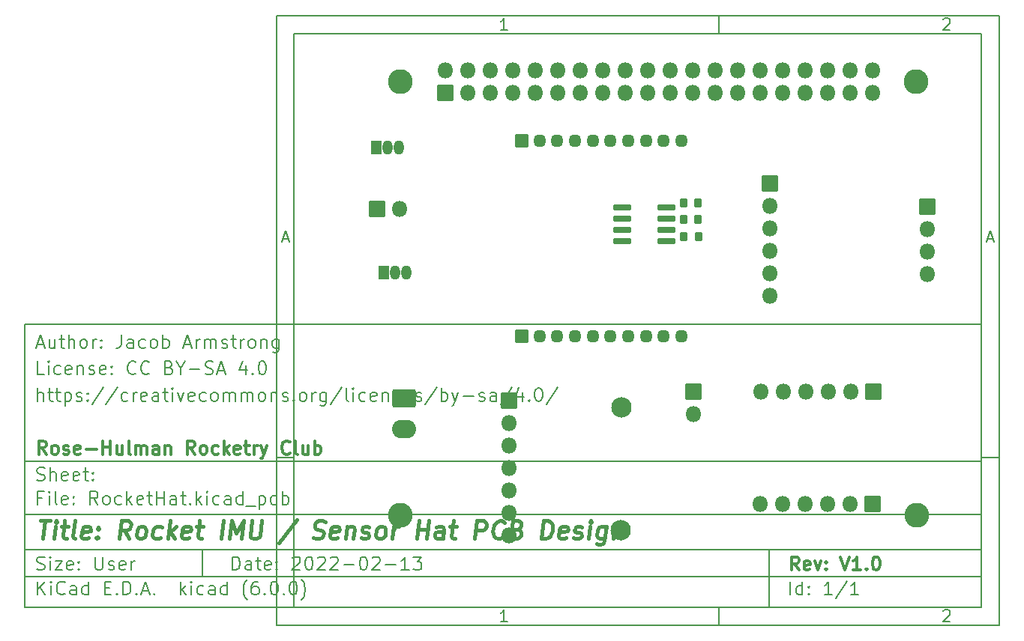
<source format=gbr>
%TF.GenerationSoftware,KiCad,Pcbnew,(6.0.0)*%
%TF.CreationDate,2022-02-21T16:10:18-05:00*%
%TF.ProjectId,RocketHat,526f636b-6574-4486-9174-2e6b69636164,V1.0*%
%TF.SameCoordinates,Original*%
%TF.FileFunction,Soldermask,Bot*%
%TF.FilePolarity,Negative*%
%FSLAX46Y46*%
G04 Gerber Fmt 4.6, Leading zero omitted, Abs format (unit mm)*
G04 Created by KiCad (PCBNEW (6.0.0)) date 2022-02-21 16:10:18*
%MOMM*%
%LPD*%
G01*
G04 APERTURE LIST*
G04 Aperture macros list*
%AMRoundRect*
0 Rectangle with rounded corners*
0 $1 Rounding radius*
0 $2 $3 $4 $5 $6 $7 $8 $9 X,Y pos of 4 corners*
0 Add a 4 corners polygon primitive as box body*
4,1,4,$2,$3,$4,$5,$6,$7,$8,$9,$2,$3,0*
0 Add four circle primitives for the rounded corners*
1,1,$1+$1,$2,$3*
1,1,$1+$1,$4,$5*
1,1,$1+$1,$6,$7*
1,1,$1+$1,$8,$9*
0 Add four rect primitives between the rounded corners*
20,1,$1+$1,$2,$3,$4,$5,0*
20,1,$1+$1,$4,$5,$6,$7,0*
20,1,$1+$1,$6,$7,$8,$9,0*
20,1,$1+$1,$8,$9,$2,$3,0*%
G04 Aperture macros list end*
%ADD10C,0.100000*%
%ADD11C,0.150000*%
%ADD12C,0.300000*%
%ADD13C,0.400000*%
%ADD14RoundRect,0.050800X0.850000X-0.850000X0.850000X0.850000X-0.850000X0.850000X-0.850000X-0.850000X0*%
%ADD15O,1.801600X1.801600*%
%ADD16C,2.801600*%
%ADD17RoundRect,0.050800X-0.525000X-0.750000X0.525000X-0.750000X0.525000X0.750000X-0.525000X0.750000X0*%
%ADD18O,1.151600X1.601600*%
%ADD19RoundRect,0.050800X-0.850000X-0.850000X0.850000X-0.850000X0.850000X0.850000X-0.850000X0.850000X0*%
%ADD20RoundRect,0.300800X-1.050000X0.750000X-1.050000X-0.750000X1.050000X-0.750000X1.050000X0.750000X0*%
%ADD21O,2.701600X2.101600*%
%ADD22RoundRect,0.050800X0.675000X-0.675000X0.675000X0.675000X-0.675000X0.675000X-0.675000X-0.675000X0*%
%ADD23O,1.451600X1.451600*%
%ADD24C,2.301600*%
%ADD25RoundRect,0.050800X-0.850000X0.850000X-0.850000X-0.850000X0.850000X-0.850000X0.850000X0.850000X0*%
%ADD26RoundRect,0.250800X0.200000X0.275000X-0.200000X0.275000X-0.200000X-0.275000X0.200000X-0.275000X0*%
%ADD27RoundRect,0.200800X-0.825000X-0.150000X0.825000X-0.150000X0.825000X0.150000X-0.825000X0.150000X0*%
%ADD28RoundRect,0.250800X-0.200000X-0.275000X0.200000X-0.275000X0.200000X0.275000X-0.200000X0.275000X0*%
G04 APERTURE END LIST*
D10*
D11*
X-18400000Y-44900000D02*
X-18400000Y-76900000D01*
X89600000Y-76900000D01*
X89600000Y-44900000D01*
X-18400000Y-44900000D01*
D10*
D11*
X10000000Y-10000000D02*
X10000000Y-78900000D01*
X91600000Y-78900000D01*
X91600000Y-10000000D01*
X10000000Y-10000000D01*
D10*
D11*
X12000000Y-12000000D02*
X12000000Y-76900000D01*
X89600000Y-76900000D01*
X89600000Y-12000000D01*
X12000000Y-12000000D01*
D10*
D11*
X60000000Y-12000000D02*
X60000000Y-10000000D01*
D10*
D11*
X36065476Y-11588095D02*
X35322619Y-11588095D01*
X35694047Y-11588095D02*
X35694047Y-10288095D01*
X35570238Y-10473809D01*
X35446428Y-10597619D01*
X35322619Y-10659523D01*
D10*
D11*
X85322619Y-10411904D02*
X85384523Y-10350000D01*
X85508333Y-10288095D01*
X85817857Y-10288095D01*
X85941666Y-10350000D01*
X86003571Y-10411904D01*
X86065476Y-10535714D01*
X86065476Y-10659523D01*
X86003571Y-10845238D01*
X85260714Y-11588095D01*
X86065476Y-11588095D01*
D10*
D11*
X60000000Y-76900000D02*
X60000000Y-78900000D01*
D10*
D11*
X36065476Y-78488095D02*
X35322619Y-78488095D01*
X35694047Y-78488095D02*
X35694047Y-77188095D01*
X35570238Y-77373809D01*
X35446428Y-77497619D01*
X35322619Y-77559523D01*
D10*
D11*
X85322619Y-77311904D02*
X85384523Y-77250000D01*
X85508333Y-77188095D01*
X85817857Y-77188095D01*
X85941666Y-77250000D01*
X86003571Y-77311904D01*
X86065476Y-77435714D01*
X86065476Y-77559523D01*
X86003571Y-77745238D01*
X85260714Y-78488095D01*
X86065476Y-78488095D01*
D10*
D11*
X10000000Y-60000000D02*
X12000000Y-60000000D01*
D10*
D11*
X10690476Y-35216666D02*
X11309523Y-35216666D01*
X10566666Y-35588095D02*
X11000000Y-34288095D01*
X11433333Y-35588095D01*
D10*
D11*
X91600000Y-60000000D02*
X89600000Y-60000000D01*
D10*
D11*
X90290476Y-35216666D02*
X90909523Y-35216666D01*
X90166666Y-35588095D02*
X90600000Y-34288095D01*
X91033333Y-35588095D01*
D10*
D11*
X5032142Y-72678571D02*
X5032142Y-71178571D01*
X5389285Y-71178571D01*
X5603571Y-71250000D01*
X5746428Y-71392857D01*
X5817857Y-71535714D01*
X5889285Y-71821428D01*
X5889285Y-72035714D01*
X5817857Y-72321428D01*
X5746428Y-72464285D01*
X5603571Y-72607142D01*
X5389285Y-72678571D01*
X5032142Y-72678571D01*
X7175000Y-72678571D02*
X7175000Y-71892857D01*
X7103571Y-71750000D01*
X6960714Y-71678571D01*
X6675000Y-71678571D01*
X6532142Y-71750000D01*
X7175000Y-72607142D02*
X7032142Y-72678571D01*
X6675000Y-72678571D01*
X6532142Y-72607142D01*
X6460714Y-72464285D01*
X6460714Y-72321428D01*
X6532142Y-72178571D01*
X6675000Y-72107142D01*
X7032142Y-72107142D01*
X7175000Y-72035714D01*
X7675000Y-71678571D02*
X8246428Y-71678571D01*
X7889285Y-71178571D02*
X7889285Y-72464285D01*
X7960714Y-72607142D01*
X8103571Y-72678571D01*
X8246428Y-72678571D01*
X9317857Y-72607142D02*
X9175000Y-72678571D01*
X8889285Y-72678571D01*
X8746428Y-72607142D01*
X8675000Y-72464285D01*
X8675000Y-71892857D01*
X8746428Y-71750000D01*
X8889285Y-71678571D01*
X9175000Y-71678571D01*
X9317857Y-71750000D01*
X9389285Y-71892857D01*
X9389285Y-72035714D01*
X8675000Y-72178571D01*
X10032142Y-72535714D02*
X10103571Y-72607142D01*
X10032142Y-72678571D01*
X9960714Y-72607142D01*
X10032142Y-72535714D01*
X10032142Y-72678571D01*
X10032142Y-71750000D02*
X10103571Y-71821428D01*
X10032142Y-71892857D01*
X9960714Y-71821428D01*
X10032142Y-71750000D01*
X10032142Y-71892857D01*
X11817857Y-71321428D02*
X11889285Y-71250000D01*
X12032142Y-71178571D01*
X12389285Y-71178571D01*
X12532142Y-71250000D01*
X12603571Y-71321428D01*
X12675000Y-71464285D01*
X12675000Y-71607142D01*
X12603571Y-71821428D01*
X11746428Y-72678571D01*
X12675000Y-72678571D01*
X13603571Y-71178571D02*
X13746428Y-71178571D01*
X13889285Y-71250000D01*
X13960714Y-71321428D01*
X14032142Y-71464285D01*
X14103571Y-71750000D01*
X14103571Y-72107142D01*
X14032142Y-72392857D01*
X13960714Y-72535714D01*
X13889285Y-72607142D01*
X13746428Y-72678571D01*
X13603571Y-72678571D01*
X13460714Y-72607142D01*
X13389285Y-72535714D01*
X13317857Y-72392857D01*
X13246428Y-72107142D01*
X13246428Y-71750000D01*
X13317857Y-71464285D01*
X13389285Y-71321428D01*
X13460714Y-71250000D01*
X13603571Y-71178571D01*
X14674999Y-71321428D02*
X14746428Y-71250000D01*
X14889285Y-71178571D01*
X15246428Y-71178571D01*
X15389285Y-71250000D01*
X15460714Y-71321428D01*
X15532142Y-71464285D01*
X15532142Y-71607142D01*
X15460714Y-71821428D01*
X14603571Y-72678571D01*
X15532142Y-72678571D01*
X16103571Y-71321428D02*
X16174999Y-71250000D01*
X16317857Y-71178571D01*
X16674999Y-71178571D01*
X16817857Y-71250000D01*
X16889285Y-71321428D01*
X16960714Y-71464285D01*
X16960714Y-71607142D01*
X16889285Y-71821428D01*
X16032142Y-72678571D01*
X16960714Y-72678571D01*
X17603571Y-72107142D02*
X18746428Y-72107142D01*
X19746428Y-71178571D02*
X19889285Y-71178571D01*
X20032142Y-71250000D01*
X20103571Y-71321428D01*
X20175000Y-71464285D01*
X20246428Y-71750000D01*
X20246428Y-72107142D01*
X20175000Y-72392857D01*
X20103571Y-72535714D01*
X20032142Y-72607142D01*
X19889285Y-72678571D01*
X19746428Y-72678571D01*
X19603571Y-72607142D01*
X19532142Y-72535714D01*
X19460714Y-72392857D01*
X19389285Y-72107142D01*
X19389285Y-71750000D01*
X19460714Y-71464285D01*
X19532142Y-71321428D01*
X19603571Y-71250000D01*
X19746428Y-71178571D01*
X20817857Y-71321428D02*
X20889285Y-71250000D01*
X21032142Y-71178571D01*
X21389285Y-71178571D01*
X21532142Y-71250000D01*
X21603571Y-71321428D01*
X21675000Y-71464285D01*
X21675000Y-71607142D01*
X21603571Y-71821428D01*
X20746428Y-72678571D01*
X21675000Y-72678571D01*
X22317857Y-72107142D02*
X23460714Y-72107142D01*
X24960714Y-72678571D02*
X24103571Y-72678571D01*
X24532142Y-72678571D02*
X24532142Y-71178571D01*
X24389285Y-71392857D01*
X24246428Y-71535714D01*
X24103571Y-71607142D01*
X25460714Y-71178571D02*
X26389285Y-71178571D01*
X25889285Y-71750000D01*
X26103571Y-71750000D01*
X26246428Y-71821428D01*
X26317857Y-71892857D01*
X26389285Y-72035714D01*
X26389285Y-72392857D01*
X26317857Y-72535714D01*
X26246428Y-72607142D01*
X26103571Y-72678571D01*
X25675000Y-72678571D01*
X25532142Y-72607142D01*
X25460714Y-72535714D01*
D10*
D11*
X-18400000Y-73400000D02*
X89600000Y-73400000D01*
D10*
D11*
X-16967857Y-75478571D02*
X-16967857Y-73978571D01*
X-16110714Y-75478571D02*
X-16753571Y-74621428D01*
X-16110714Y-73978571D02*
X-16967857Y-74835714D01*
X-15467857Y-75478571D02*
X-15467857Y-74478571D01*
X-15467857Y-73978571D02*
X-15539285Y-74050000D01*
X-15467857Y-74121428D01*
X-15396428Y-74050000D01*
X-15467857Y-73978571D01*
X-15467857Y-74121428D01*
X-13896428Y-75335714D02*
X-13967857Y-75407142D01*
X-14182142Y-75478571D01*
X-14325000Y-75478571D01*
X-14539285Y-75407142D01*
X-14682142Y-75264285D01*
X-14753571Y-75121428D01*
X-14825000Y-74835714D01*
X-14825000Y-74621428D01*
X-14753571Y-74335714D01*
X-14682142Y-74192857D01*
X-14539285Y-74050000D01*
X-14325000Y-73978571D01*
X-14182142Y-73978571D01*
X-13967857Y-74050000D01*
X-13896428Y-74121428D01*
X-12610714Y-75478571D02*
X-12610714Y-74692857D01*
X-12682142Y-74550000D01*
X-12825000Y-74478571D01*
X-13110714Y-74478571D01*
X-13253571Y-74550000D01*
X-12610714Y-75407142D02*
X-12753571Y-75478571D01*
X-13110714Y-75478571D01*
X-13253571Y-75407142D01*
X-13325000Y-75264285D01*
X-13325000Y-75121428D01*
X-13253571Y-74978571D01*
X-13110714Y-74907142D01*
X-12753571Y-74907142D01*
X-12610714Y-74835714D01*
X-11253571Y-75478571D02*
X-11253571Y-73978571D01*
X-11253571Y-75407142D02*
X-11396428Y-75478571D01*
X-11682142Y-75478571D01*
X-11825000Y-75407142D01*
X-11896428Y-75335714D01*
X-11967857Y-75192857D01*
X-11967857Y-74764285D01*
X-11896428Y-74621428D01*
X-11825000Y-74550000D01*
X-11682142Y-74478571D01*
X-11396428Y-74478571D01*
X-11253571Y-74550000D01*
X-9396428Y-74692857D02*
X-8896428Y-74692857D01*
X-8682142Y-75478571D02*
X-9396428Y-75478571D01*
X-9396428Y-73978571D01*
X-8682142Y-73978571D01*
X-8039285Y-75335714D02*
X-7967857Y-75407142D01*
X-8039285Y-75478571D01*
X-8110714Y-75407142D01*
X-8039285Y-75335714D01*
X-8039285Y-75478571D01*
X-7325000Y-75478571D02*
X-7325000Y-73978571D01*
X-6967857Y-73978571D01*
X-6753571Y-74050000D01*
X-6610714Y-74192857D01*
X-6539285Y-74335714D01*
X-6467857Y-74621428D01*
X-6467857Y-74835714D01*
X-6539285Y-75121428D01*
X-6610714Y-75264285D01*
X-6753571Y-75407142D01*
X-6967857Y-75478571D01*
X-7325000Y-75478571D01*
X-5825000Y-75335714D02*
X-5753571Y-75407142D01*
X-5825000Y-75478571D01*
X-5896428Y-75407142D01*
X-5825000Y-75335714D01*
X-5825000Y-75478571D01*
X-5182142Y-75050000D02*
X-4467857Y-75050000D01*
X-5325000Y-75478571D02*
X-4825000Y-73978571D01*
X-4325000Y-75478571D01*
X-3825000Y-75335714D02*
X-3753571Y-75407142D01*
X-3825000Y-75478571D01*
X-3896428Y-75407142D01*
X-3825000Y-75335714D01*
X-3825000Y-75478571D01*
X-825000Y-75478571D02*
X-825000Y-73978571D01*
X-682142Y-74907142D02*
X-253571Y-75478571D01*
X-253571Y-74478571D02*
X-825000Y-75050000D01*
X389285Y-75478571D02*
X389285Y-74478571D01*
X389285Y-73978571D02*
X317857Y-74050000D01*
X389285Y-74121428D01*
X460714Y-74050000D01*
X389285Y-73978571D01*
X389285Y-74121428D01*
X1746428Y-75407142D02*
X1603571Y-75478571D01*
X1317857Y-75478571D01*
X1174999Y-75407142D01*
X1103571Y-75335714D01*
X1032142Y-75192857D01*
X1032142Y-74764285D01*
X1103571Y-74621428D01*
X1174999Y-74550000D01*
X1317857Y-74478571D01*
X1603571Y-74478571D01*
X1746428Y-74550000D01*
X3032142Y-75478571D02*
X3032142Y-74692857D01*
X2960714Y-74550000D01*
X2817857Y-74478571D01*
X2532142Y-74478571D01*
X2389285Y-74550000D01*
X3032142Y-75407142D02*
X2889285Y-75478571D01*
X2532142Y-75478571D01*
X2389285Y-75407142D01*
X2317857Y-75264285D01*
X2317857Y-75121428D01*
X2389285Y-74978571D01*
X2532142Y-74907142D01*
X2889285Y-74907142D01*
X3032142Y-74835714D01*
X4389285Y-75478571D02*
X4389285Y-73978571D01*
X4389285Y-75407142D02*
X4246428Y-75478571D01*
X3960714Y-75478571D01*
X3817857Y-75407142D01*
X3746428Y-75335714D01*
X3675000Y-75192857D01*
X3675000Y-74764285D01*
X3746428Y-74621428D01*
X3817857Y-74550000D01*
X3960714Y-74478571D01*
X4246428Y-74478571D01*
X4389285Y-74550000D01*
X6675000Y-76050000D02*
X6603571Y-75978571D01*
X6460714Y-75764285D01*
X6389285Y-75621428D01*
X6317857Y-75407142D01*
X6246428Y-75050000D01*
X6246428Y-74764285D01*
X6317857Y-74407142D01*
X6389285Y-74192857D01*
X6460714Y-74050000D01*
X6603571Y-73835714D01*
X6675000Y-73764285D01*
X7889285Y-73978571D02*
X7603571Y-73978571D01*
X7460714Y-74050000D01*
X7389285Y-74121428D01*
X7246428Y-74335714D01*
X7175000Y-74621428D01*
X7175000Y-75192857D01*
X7246428Y-75335714D01*
X7317857Y-75407142D01*
X7460714Y-75478571D01*
X7746428Y-75478571D01*
X7889285Y-75407142D01*
X7960714Y-75335714D01*
X8032142Y-75192857D01*
X8032142Y-74835714D01*
X7960714Y-74692857D01*
X7889285Y-74621428D01*
X7746428Y-74550000D01*
X7460714Y-74550000D01*
X7317857Y-74621428D01*
X7246428Y-74692857D01*
X7175000Y-74835714D01*
X8675000Y-75335714D02*
X8746428Y-75407142D01*
X8675000Y-75478571D01*
X8603571Y-75407142D01*
X8675000Y-75335714D01*
X8675000Y-75478571D01*
X9674999Y-73978571D02*
X9817857Y-73978571D01*
X9960714Y-74050000D01*
X10032142Y-74121428D01*
X10103571Y-74264285D01*
X10174999Y-74550000D01*
X10174999Y-74907142D01*
X10103571Y-75192857D01*
X10032142Y-75335714D01*
X9960714Y-75407142D01*
X9817857Y-75478571D01*
X9674999Y-75478571D01*
X9532142Y-75407142D01*
X9460714Y-75335714D01*
X9389285Y-75192857D01*
X9317857Y-74907142D01*
X9317857Y-74550000D01*
X9389285Y-74264285D01*
X9460714Y-74121428D01*
X9532142Y-74050000D01*
X9674999Y-73978571D01*
X10817857Y-75335714D02*
X10889285Y-75407142D01*
X10817857Y-75478571D01*
X10746428Y-75407142D01*
X10817857Y-75335714D01*
X10817857Y-75478571D01*
X11817857Y-73978571D02*
X11960714Y-73978571D01*
X12103571Y-74050000D01*
X12174999Y-74121428D01*
X12246428Y-74264285D01*
X12317857Y-74550000D01*
X12317857Y-74907142D01*
X12246428Y-75192857D01*
X12174999Y-75335714D01*
X12103571Y-75407142D01*
X11960714Y-75478571D01*
X11817857Y-75478571D01*
X11674999Y-75407142D01*
X11603571Y-75335714D01*
X11532142Y-75192857D01*
X11460714Y-74907142D01*
X11460714Y-74550000D01*
X11532142Y-74264285D01*
X11603571Y-74121428D01*
X11674999Y-74050000D01*
X11817857Y-73978571D01*
X12817857Y-76050000D02*
X12889285Y-75978571D01*
X13032142Y-75764285D01*
X13103571Y-75621428D01*
X13174999Y-75407142D01*
X13246428Y-75050000D01*
X13246428Y-74764285D01*
X13174999Y-74407142D01*
X13103571Y-74192857D01*
X13032142Y-74050000D01*
X12889285Y-73835714D01*
X12817857Y-73764285D01*
D10*
D11*
X-18400000Y-70400000D02*
X89600000Y-70400000D01*
D10*
D12*
X69009285Y-72678571D02*
X68509285Y-71964285D01*
X68152142Y-72678571D02*
X68152142Y-71178571D01*
X68723571Y-71178571D01*
X68866428Y-71250000D01*
X68937857Y-71321428D01*
X69009285Y-71464285D01*
X69009285Y-71678571D01*
X68937857Y-71821428D01*
X68866428Y-71892857D01*
X68723571Y-71964285D01*
X68152142Y-71964285D01*
X70223571Y-72607142D02*
X70080714Y-72678571D01*
X69795000Y-72678571D01*
X69652142Y-72607142D01*
X69580714Y-72464285D01*
X69580714Y-71892857D01*
X69652142Y-71750000D01*
X69795000Y-71678571D01*
X70080714Y-71678571D01*
X70223571Y-71750000D01*
X70295000Y-71892857D01*
X70295000Y-72035714D01*
X69580714Y-72178571D01*
X70795000Y-71678571D02*
X71152142Y-72678571D01*
X71509285Y-71678571D01*
X72080714Y-72535714D02*
X72152142Y-72607142D01*
X72080714Y-72678571D01*
X72009285Y-72607142D01*
X72080714Y-72535714D01*
X72080714Y-72678571D01*
X72080714Y-71750000D02*
X72152142Y-71821428D01*
X72080714Y-71892857D01*
X72009285Y-71821428D01*
X72080714Y-71750000D01*
X72080714Y-71892857D01*
X73723571Y-71178571D02*
X74223571Y-72678571D01*
X74723571Y-71178571D01*
X76009285Y-72678571D02*
X75152142Y-72678571D01*
X75580714Y-72678571D02*
X75580714Y-71178571D01*
X75437857Y-71392857D01*
X75295000Y-71535714D01*
X75152142Y-71607142D01*
X76652142Y-72535714D02*
X76723571Y-72607142D01*
X76652142Y-72678571D01*
X76580714Y-72607142D01*
X76652142Y-72535714D01*
X76652142Y-72678571D01*
X77652142Y-71178571D02*
X77795000Y-71178571D01*
X77937857Y-71250000D01*
X78009285Y-71321428D01*
X78080714Y-71464285D01*
X78152142Y-71750000D01*
X78152142Y-72107142D01*
X78080714Y-72392857D01*
X78009285Y-72535714D01*
X77937857Y-72607142D01*
X77795000Y-72678571D01*
X77652142Y-72678571D01*
X77509285Y-72607142D01*
X77437857Y-72535714D01*
X77366428Y-72392857D01*
X77295000Y-72107142D01*
X77295000Y-71750000D01*
X77366428Y-71464285D01*
X77437857Y-71321428D01*
X77509285Y-71250000D01*
X77652142Y-71178571D01*
D10*
D11*
X-17039285Y-72607142D02*
X-16825000Y-72678571D01*
X-16467857Y-72678571D01*
X-16325000Y-72607142D01*
X-16253571Y-72535714D01*
X-16182142Y-72392857D01*
X-16182142Y-72250000D01*
X-16253571Y-72107142D01*
X-16325000Y-72035714D01*
X-16467857Y-71964285D01*
X-16753571Y-71892857D01*
X-16896428Y-71821428D01*
X-16967857Y-71750000D01*
X-17039285Y-71607142D01*
X-17039285Y-71464285D01*
X-16967857Y-71321428D01*
X-16896428Y-71250000D01*
X-16753571Y-71178571D01*
X-16396428Y-71178571D01*
X-16182142Y-71250000D01*
X-15539285Y-72678571D02*
X-15539285Y-71678571D01*
X-15539285Y-71178571D02*
X-15610714Y-71250000D01*
X-15539285Y-71321428D01*
X-15467857Y-71250000D01*
X-15539285Y-71178571D01*
X-15539285Y-71321428D01*
X-14967857Y-71678571D02*
X-14182142Y-71678571D01*
X-14967857Y-72678571D01*
X-14182142Y-72678571D01*
X-13039285Y-72607142D02*
X-13182142Y-72678571D01*
X-13467857Y-72678571D01*
X-13610714Y-72607142D01*
X-13682142Y-72464285D01*
X-13682142Y-71892857D01*
X-13610714Y-71750000D01*
X-13467857Y-71678571D01*
X-13182142Y-71678571D01*
X-13039285Y-71750000D01*
X-12967857Y-71892857D01*
X-12967857Y-72035714D01*
X-13682142Y-72178571D01*
X-12325000Y-72535714D02*
X-12253571Y-72607142D01*
X-12325000Y-72678571D01*
X-12396428Y-72607142D01*
X-12325000Y-72535714D01*
X-12325000Y-72678571D01*
X-12325000Y-71750000D02*
X-12253571Y-71821428D01*
X-12325000Y-71892857D01*
X-12396428Y-71821428D01*
X-12325000Y-71750000D01*
X-12325000Y-71892857D01*
X-10467857Y-71178571D02*
X-10467857Y-72392857D01*
X-10396428Y-72535714D01*
X-10325000Y-72607142D01*
X-10182142Y-72678571D01*
X-9896428Y-72678571D01*
X-9753571Y-72607142D01*
X-9682142Y-72535714D01*
X-9610714Y-72392857D01*
X-9610714Y-71178571D01*
X-8967857Y-72607142D02*
X-8825000Y-72678571D01*
X-8539285Y-72678571D01*
X-8396428Y-72607142D01*
X-8325000Y-72464285D01*
X-8325000Y-72392857D01*
X-8396428Y-72250000D01*
X-8539285Y-72178571D01*
X-8753571Y-72178571D01*
X-8896428Y-72107142D01*
X-8967857Y-71964285D01*
X-8967857Y-71892857D01*
X-8896428Y-71750000D01*
X-8753571Y-71678571D01*
X-8539285Y-71678571D01*
X-8396428Y-71750000D01*
X-7110714Y-72607142D02*
X-7253571Y-72678571D01*
X-7539285Y-72678571D01*
X-7682142Y-72607142D01*
X-7753571Y-72464285D01*
X-7753571Y-71892857D01*
X-7682142Y-71750000D01*
X-7539285Y-71678571D01*
X-7253571Y-71678571D01*
X-7110714Y-71750000D01*
X-7039285Y-71892857D01*
X-7039285Y-72035714D01*
X-7753571Y-72178571D01*
X-6396428Y-72678571D02*
X-6396428Y-71678571D01*
X-6396428Y-71964285D02*
X-6325000Y-71821428D01*
X-6253571Y-71750000D01*
X-6110714Y-71678571D01*
X-5967857Y-71678571D01*
D10*
D11*
X68032142Y-75478571D02*
X68032142Y-73978571D01*
X69389285Y-75478571D02*
X69389285Y-73978571D01*
X69389285Y-75407142D02*
X69246428Y-75478571D01*
X68960714Y-75478571D01*
X68817857Y-75407142D01*
X68746428Y-75335714D01*
X68675000Y-75192857D01*
X68675000Y-74764285D01*
X68746428Y-74621428D01*
X68817857Y-74550000D01*
X68960714Y-74478571D01*
X69246428Y-74478571D01*
X69389285Y-74550000D01*
X70103571Y-75335714D02*
X70175000Y-75407142D01*
X70103571Y-75478571D01*
X70032142Y-75407142D01*
X70103571Y-75335714D01*
X70103571Y-75478571D01*
X70103571Y-74550000D02*
X70175000Y-74621428D01*
X70103571Y-74692857D01*
X70032142Y-74621428D01*
X70103571Y-74550000D01*
X70103571Y-74692857D01*
X72746428Y-75478571D02*
X71889285Y-75478571D01*
X72317857Y-75478571D02*
X72317857Y-73978571D01*
X72175000Y-74192857D01*
X72032142Y-74335714D01*
X71889285Y-74407142D01*
X74460714Y-73907142D02*
X73175000Y-75835714D01*
X75746428Y-75478571D02*
X74889285Y-75478571D01*
X75317857Y-75478571D02*
X75317857Y-73978571D01*
X75175000Y-74192857D01*
X75032142Y-74335714D01*
X74889285Y-74407142D01*
D10*
D11*
X-18400000Y-66400000D02*
X89600000Y-66400000D01*
D10*
D13*
X-16687619Y-67104761D02*
X-15544761Y-67104761D01*
X-16366190Y-69104761D02*
X-16116190Y-67104761D01*
X-15128095Y-69104761D02*
X-14961428Y-67771428D01*
X-14878095Y-67104761D02*
X-14985238Y-67200000D01*
X-14901904Y-67295238D01*
X-14794761Y-67200000D01*
X-14878095Y-67104761D01*
X-14901904Y-67295238D01*
X-14294761Y-67771428D02*
X-13532857Y-67771428D01*
X-13925714Y-67104761D02*
X-14140000Y-68819047D01*
X-14068571Y-69009523D01*
X-13890000Y-69104761D01*
X-13699523Y-69104761D01*
X-12747142Y-69104761D02*
X-12925714Y-69009523D01*
X-12997142Y-68819047D01*
X-12782857Y-67104761D01*
X-11211428Y-69009523D02*
X-11413809Y-69104761D01*
X-11794761Y-69104761D01*
X-11973333Y-69009523D01*
X-12044761Y-68819047D01*
X-11949523Y-68057142D01*
X-11830476Y-67866666D01*
X-11628095Y-67771428D01*
X-11247142Y-67771428D01*
X-11068571Y-67866666D01*
X-10997142Y-68057142D01*
X-11020952Y-68247619D01*
X-11997142Y-68438095D01*
X-10247142Y-68914285D02*
X-10163809Y-69009523D01*
X-10270952Y-69104761D01*
X-10354285Y-69009523D01*
X-10247142Y-68914285D01*
X-10270952Y-69104761D01*
X-10116190Y-67866666D02*
X-10032857Y-67961904D01*
X-10140000Y-68057142D01*
X-10223333Y-67961904D01*
X-10116190Y-67866666D01*
X-10140000Y-68057142D01*
X-6651904Y-69104761D02*
X-7199523Y-68152380D01*
X-7794761Y-69104761D02*
X-7544761Y-67104761D01*
X-6782857Y-67104761D01*
X-6604285Y-67200000D01*
X-6520952Y-67295238D01*
X-6449523Y-67485714D01*
X-6485238Y-67771428D01*
X-6604285Y-67961904D01*
X-6711428Y-68057142D01*
X-6913809Y-68152380D01*
X-7675714Y-68152380D01*
X-5509047Y-69104761D02*
X-5687619Y-69009523D01*
X-5770952Y-68914285D01*
X-5842380Y-68723809D01*
X-5770952Y-68152380D01*
X-5651904Y-67961904D01*
X-5544761Y-67866666D01*
X-5342380Y-67771428D01*
X-5056666Y-67771428D01*
X-4878095Y-67866666D01*
X-4794761Y-67961904D01*
X-4723333Y-68152380D01*
X-4794761Y-68723809D01*
X-4913809Y-68914285D01*
X-5020952Y-69009523D01*
X-5223333Y-69104761D01*
X-5509047Y-69104761D01*
X-3116190Y-69009523D02*
X-3318571Y-69104761D01*
X-3699523Y-69104761D01*
X-3878095Y-69009523D01*
X-3961428Y-68914285D01*
X-4032857Y-68723809D01*
X-3961428Y-68152380D01*
X-3842380Y-67961904D01*
X-3735238Y-67866666D01*
X-3532857Y-67771428D01*
X-3151904Y-67771428D01*
X-2973333Y-67866666D01*
X-2270952Y-69104761D02*
X-2020952Y-67104761D01*
X-1985238Y-68342857D02*
X-1509047Y-69104761D01*
X-1342380Y-67771428D02*
X-2199523Y-68533333D01*
X121904Y-69009523D02*
X-80476Y-69104761D01*
X-461428Y-69104761D01*
X-640000Y-69009523D01*
X-711428Y-68819047D01*
X-616190Y-68057142D01*
X-497142Y-67866666D01*
X-294761Y-67771428D01*
X86190Y-67771428D01*
X264761Y-67866666D01*
X336190Y-68057142D01*
X312380Y-68247619D01*
X-663809Y-68438095D01*
X943333Y-67771428D02*
X1705238Y-67771428D01*
X1312380Y-67104761D02*
X1098095Y-68819047D01*
X1169523Y-69009523D01*
X1348095Y-69104761D01*
X1538571Y-69104761D01*
X3729047Y-69104761D02*
X3979047Y-67104761D01*
X4681428Y-69104761D02*
X4931428Y-67104761D01*
X5419523Y-68533333D01*
X6264761Y-67104761D01*
X6014761Y-69104761D01*
X7217142Y-67104761D02*
X7014761Y-68723809D01*
X7086190Y-68914285D01*
X7169523Y-69009523D01*
X7348095Y-69104761D01*
X7729047Y-69104761D01*
X7931428Y-69009523D01*
X8038571Y-68914285D01*
X8157619Y-68723809D01*
X8359999Y-67104761D01*
X12276666Y-67009523D02*
X10240952Y-69580952D01*
X14121904Y-69009523D02*
X14395714Y-69104761D01*
X14871904Y-69104761D01*
X15074285Y-69009523D01*
X15181428Y-68914285D01*
X15300476Y-68723809D01*
X15324285Y-68533333D01*
X15252857Y-68342857D01*
X15169523Y-68247619D01*
X14990952Y-68152380D01*
X14621904Y-68057142D01*
X14443333Y-67961904D01*
X14359999Y-67866666D01*
X14288571Y-67676190D01*
X14312380Y-67485714D01*
X14431428Y-67295238D01*
X14538571Y-67200000D01*
X14740952Y-67104761D01*
X15217142Y-67104761D01*
X15490952Y-67200000D01*
X16883809Y-69009523D02*
X16681428Y-69104761D01*
X16300476Y-69104761D01*
X16121904Y-69009523D01*
X16050476Y-68819047D01*
X16145714Y-68057142D01*
X16264761Y-67866666D01*
X16467142Y-67771428D01*
X16848095Y-67771428D01*
X17026666Y-67866666D01*
X17098095Y-68057142D01*
X17074285Y-68247619D01*
X16098095Y-68438095D01*
X17990952Y-67771428D02*
X17824285Y-69104761D01*
X17967142Y-67961904D02*
X18074285Y-67866666D01*
X18276666Y-67771428D01*
X18562380Y-67771428D01*
X18740952Y-67866666D01*
X18812380Y-68057142D01*
X18681428Y-69104761D01*
X19550476Y-69009523D02*
X19729047Y-69104761D01*
X20109999Y-69104761D01*
X20312380Y-69009523D01*
X20431428Y-68819047D01*
X20443333Y-68723809D01*
X20371904Y-68533333D01*
X20193333Y-68438095D01*
X19907619Y-68438095D01*
X19729047Y-68342857D01*
X19657619Y-68152380D01*
X19669523Y-68057142D01*
X19788571Y-67866666D01*
X19990952Y-67771428D01*
X20276666Y-67771428D01*
X20455238Y-67866666D01*
X21538571Y-69104761D02*
X21359999Y-69009523D01*
X21276666Y-68914285D01*
X21205238Y-68723809D01*
X21276666Y-68152380D01*
X21395714Y-67961904D01*
X21502857Y-67866666D01*
X21705238Y-67771428D01*
X21990952Y-67771428D01*
X22169523Y-67866666D01*
X22252857Y-67961904D01*
X22324285Y-68152380D01*
X22252857Y-68723809D01*
X22133809Y-68914285D01*
X22026666Y-69009523D01*
X21824285Y-69104761D01*
X21538571Y-69104761D01*
X23062380Y-69104761D02*
X23229047Y-67771428D01*
X23181428Y-68152380D02*
X23300476Y-67961904D01*
X23407619Y-67866666D01*
X23609999Y-67771428D01*
X23800476Y-67771428D01*
X25824285Y-69104761D02*
X26074285Y-67104761D01*
X25955238Y-68057142D02*
X27098095Y-68057142D01*
X26967142Y-69104761D02*
X27217142Y-67104761D01*
X28776666Y-69104761D02*
X28907619Y-68057142D01*
X28836190Y-67866666D01*
X28657619Y-67771428D01*
X28276666Y-67771428D01*
X28074285Y-67866666D01*
X28788571Y-69009523D02*
X28586190Y-69104761D01*
X28109999Y-69104761D01*
X27931428Y-69009523D01*
X27859999Y-68819047D01*
X27883809Y-68628571D01*
X28002857Y-68438095D01*
X28205238Y-68342857D01*
X28681428Y-68342857D01*
X28883809Y-68247619D01*
X29609999Y-67771428D02*
X30371904Y-67771428D01*
X29979047Y-67104761D02*
X29764761Y-68819047D01*
X29836190Y-69009523D01*
X30014761Y-69104761D01*
X30205238Y-69104761D01*
X32395714Y-69104761D02*
X32645714Y-67104761D01*
X33407619Y-67104761D01*
X33586190Y-67200000D01*
X33669523Y-67295238D01*
X33740952Y-67485714D01*
X33705238Y-67771428D01*
X33586190Y-67961904D01*
X33479047Y-68057142D01*
X33276666Y-68152380D01*
X32514761Y-68152380D01*
X35562380Y-68914285D02*
X35455238Y-69009523D01*
X35157619Y-69104761D01*
X34967142Y-69104761D01*
X34693333Y-69009523D01*
X34526666Y-68819047D01*
X34455238Y-68628571D01*
X34407619Y-68247619D01*
X34443333Y-67961904D01*
X34586190Y-67580952D01*
X34705238Y-67390476D01*
X34919523Y-67200000D01*
X35217142Y-67104761D01*
X35407619Y-67104761D01*
X35681428Y-67200000D01*
X35764761Y-67295238D01*
X37193333Y-68057142D02*
X37467142Y-68152380D01*
X37550476Y-68247619D01*
X37621904Y-68438095D01*
X37586190Y-68723809D01*
X37467142Y-68914285D01*
X37359999Y-69009523D01*
X37157619Y-69104761D01*
X36395714Y-69104761D01*
X36645714Y-67104761D01*
X37312380Y-67104761D01*
X37490952Y-67200000D01*
X37574285Y-67295238D01*
X37645714Y-67485714D01*
X37621904Y-67676190D01*
X37502857Y-67866666D01*
X37395714Y-67961904D01*
X37193333Y-68057142D01*
X36526666Y-68057142D01*
X39919523Y-69104761D02*
X40169523Y-67104761D01*
X40645714Y-67104761D01*
X40919523Y-67200000D01*
X41086190Y-67390476D01*
X41157619Y-67580952D01*
X41205238Y-67961904D01*
X41169523Y-68247619D01*
X41026666Y-68628571D01*
X40907619Y-68819047D01*
X40693333Y-69009523D01*
X40395714Y-69104761D01*
X39919523Y-69104761D01*
X42693333Y-69009523D02*
X42490952Y-69104761D01*
X42109999Y-69104761D01*
X41931428Y-69009523D01*
X41859999Y-68819047D01*
X41955238Y-68057142D01*
X42074285Y-67866666D01*
X42276666Y-67771428D01*
X42657619Y-67771428D01*
X42836190Y-67866666D01*
X42907619Y-68057142D01*
X42883809Y-68247619D01*
X41907619Y-68438095D01*
X43550476Y-69009523D02*
X43729047Y-69104761D01*
X44109999Y-69104761D01*
X44312380Y-69009523D01*
X44431428Y-68819047D01*
X44443333Y-68723809D01*
X44371904Y-68533333D01*
X44193333Y-68438095D01*
X43907619Y-68438095D01*
X43729047Y-68342857D01*
X43657619Y-68152380D01*
X43669523Y-68057142D01*
X43788571Y-67866666D01*
X43990952Y-67771428D01*
X44276666Y-67771428D01*
X44455238Y-67866666D01*
X45252857Y-69104761D02*
X45419523Y-67771428D01*
X45502857Y-67104761D02*
X45395714Y-67200000D01*
X45479047Y-67295238D01*
X45586190Y-67200000D01*
X45502857Y-67104761D01*
X45479047Y-67295238D01*
X47229047Y-67771428D02*
X47026666Y-69390476D01*
X46907619Y-69580952D01*
X46800476Y-69676190D01*
X46598095Y-69771428D01*
X46312380Y-69771428D01*
X46133809Y-69676190D01*
X47074285Y-69009523D02*
X46871904Y-69104761D01*
X46490952Y-69104761D01*
X46312380Y-69009523D01*
X46229047Y-68914285D01*
X46157619Y-68723809D01*
X46229047Y-68152380D01*
X46348095Y-67961904D01*
X46455238Y-67866666D01*
X46657619Y-67771428D01*
X47038571Y-67771428D01*
X47217142Y-67866666D01*
X48181428Y-67771428D02*
X48014761Y-69104761D01*
X48157619Y-67961904D02*
X48264761Y-67866666D01*
X48467142Y-67771428D01*
X48752857Y-67771428D01*
X48931428Y-67866666D01*
X49002857Y-68057142D01*
X48871904Y-69104761D01*
D10*
D11*
X-16467857Y-64492857D02*
X-16967857Y-64492857D01*
X-16967857Y-65278571D02*
X-16967857Y-63778571D01*
X-16253571Y-63778571D01*
X-15682142Y-65278571D02*
X-15682142Y-64278571D01*
X-15682142Y-63778571D02*
X-15753571Y-63850000D01*
X-15682142Y-63921428D01*
X-15610714Y-63850000D01*
X-15682142Y-63778571D01*
X-15682142Y-63921428D01*
X-14753571Y-65278571D02*
X-14896428Y-65207142D01*
X-14967857Y-65064285D01*
X-14967857Y-63778571D01*
X-13610714Y-65207142D02*
X-13753571Y-65278571D01*
X-14039285Y-65278571D01*
X-14182142Y-65207142D01*
X-14253571Y-65064285D01*
X-14253571Y-64492857D01*
X-14182142Y-64350000D01*
X-14039285Y-64278571D01*
X-13753571Y-64278571D01*
X-13610714Y-64350000D01*
X-13539285Y-64492857D01*
X-13539285Y-64635714D01*
X-14253571Y-64778571D01*
X-12896428Y-65135714D02*
X-12825000Y-65207142D01*
X-12896428Y-65278571D01*
X-12967857Y-65207142D01*
X-12896428Y-65135714D01*
X-12896428Y-65278571D01*
X-12896428Y-64350000D02*
X-12825000Y-64421428D01*
X-12896428Y-64492857D01*
X-12967857Y-64421428D01*
X-12896428Y-64350000D01*
X-12896428Y-64492857D01*
X-10182142Y-65278571D02*
X-10682142Y-64564285D01*
X-11039285Y-65278571D02*
X-11039285Y-63778571D01*
X-10467857Y-63778571D01*
X-10325000Y-63850000D01*
X-10253571Y-63921428D01*
X-10182142Y-64064285D01*
X-10182142Y-64278571D01*
X-10253571Y-64421428D01*
X-10325000Y-64492857D01*
X-10467857Y-64564285D01*
X-11039285Y-64564285D01*
X-9325000Y-65278571D02*
X-9467857Y-65207142D01*
X-9539285Y-65135714D01*
X-9610714Y-64992857D01*
X-9610714Y-64564285D01*
X-9539285Y-64421428D01*
X-9467857Y-64350000D01*
X-9325000Y-64278571D01*
X-9110714Y-64278571D01*
X-8967857Y-64350000D01*
X-8896428Y-64421428D01*
X-8825000Y-64564285D01*
X-8825000Y-64992857D01*
X-8896428Y-65135714D01*
X-8967857Y-65207142D01*
X-9110714Y-65278571D01*
X-9325000Y-65278571D01*
X-7539285Y-65207142D02*
X-7682142Y-65278571D01*
X-7967857Y-65278571D01*
X-8110714Y-65207142D01*
X-8182142Y-65135714D01*
X-8253571Y-64992857D01*
X-8253571Y-64564285D01*
X-8182142Y-64421428D01*
X-8110714Y-64350000D01*
X-7967857Y-64278571D01*
X-7682142Y-64278571D01*
X-7539285Y-64350000D01*
X-6896428Y-65278571D02*
X-6896428Y-63778571D01*
X-6753571Y-64707142D02*
X-6325000Y-65278571D01*
X-6325000Y-64278571D02*
X-6896428Y-64850000D01*
X-5110714Y-65207142D02*
X-5253571Y-65278571D01*
X-5539285Y-65278571D01*
X-5682142Y-65207142D01*
X-5753571Y-65064285D01*
X-5753571Y-64492857D01*
X-5682142Y-64350000D01*
X-5539285Y-64278571D01*
X-5253571Y-64278571D01*
X-5110714Y-64350000D01*
X-5039285Y-64492857D01*
X-5039285Y-64635714D01*
X-5753571Y-64778571D01*
X-4610714Y-64278571D02*
X-4039285Y-64278571D01*
X-4396428Y-63778571D02*
X-4396428Y-65064285D01*
X-4325000Y-65207142D01*
X-4182142Y-65278571D01*
X-4039285Y-65278571D01*
X-3539285Y-65278571D02*
X-3539285Y-63778571D01*
X-3539285Y-64492857D02*
X-2682142Y-64492857D01*
X-2682142Y-65278571D02*
X-2682142Y-63778571D01*
X-1325000Y-65278571D02*
X-1325000Y-64492857D01*
X-1396428Y-64350000D01*
X-1539285Y-64278571D01*
X-1825000Y-64278571D01*
X-1967857Y-64350000D01*
X-1325000Y-65207142D02*
X-1467857Y-65278571D01*
X-1825000Y-65278571D01*
X-1967857Y-65207142D01*
X-2039285Y-65064285D01*
X-2039285Y-64921428D01*
X-1967857Y-64778571D01*
X-1825000Y-64707142D01*
X-1467857Y-64707142D01*
X-1325000Y-64635714D01*
X-825000Y-64278571D02*
X-253571Y-64278571D01*
X-610714Y-63778571D02*
X-610714Y-65064285D01*
X-539285Y-65207142D01*
X-396428Y-65278571D01*
X-253571Y-65278571D01*
X246428Y-65135714D02*
X317857Y-65207142D01*
X246428Y-65278571D01*
X175000Y-65207142D01*
X246428Y-65135714D01*
X246428Y-65278571D01*
X960714Y-65278571D02*
X960714Y-63778571D01*
X1103571Y-64707142D02*
X1532142Y-65278571D01*
X1532142Y-64278571D02*
X960714Y-64850000D01*
X2174999Y-65278571D02*
X2174999Y-64278571D01*
X2174999Y-63778571D02*
X2103571Y-63850000D01*
X2174999Y-63921428D01*
X2246428Y-63850000D01*
X2174999Y-63778571D01*
X2174999Y-63921428D01*
X3532142Y-65207142D02*
X3389285Y-65278571D01*
X3103571Y-65278571D01*
X2960714Y-65207142D01*
X2889285Y-65135714D01*
X2817857Y-64992857D01*
X2817857Y-64564285D01*
X2889285Y-64421428D01*
X2960714Y-64350000D01*
X3103571Y-64278571D01*
X3389285Y-64278571D01*
X3532142Y-64350000D01*
X4817857Y-65278571D02*
X4817857Y-64492857D01*
X4746428Y-64350000D01*
X4603571Y-64278571D01*
X4317857Y-64278571D01*
X4174999Y-64350000D01*
X4817857Y-65207142D02*
X4674999Y-65278571D01*
X4317857Y-65278571D01*
X4174999Y-65207142D01*
X4103571Y-65064285D01*
X4103571Y-64921428D01*
X4174999Y-64778571D01*
X4317857Y-64707142D01*
X4674999Y-64707142D01*
X4817857Y-64635714D01*
X6174999Y-65278571D02*
X6174999Y-63778571D01*
X6174999Y-65207142D02*
X6032142Y-65278571D01*
X5746428Y-65278571D01*
X5603571Y-65207142D01*
X5532142Y-65135714D01*
X5460714Y-64992857D01*
X5460714Y-64564285D01*
X5532142Y-64421428D01*
X5603571Y-64350000D01*
X5746428Y-64278571D01*
X6032142Y-64278571D01*
X6174999Y-64350000D01*
X6532142Y-65421428D02*
X7674999Y-65421428D01*
X8032142Y-64278571D02*
X8032142Y-65778571D01*
X8032142Y-64350000D02*
X8174999Y-64278571D01*
X8460714Y-64278571D01*
X8603571Y-64350000D01*
X8674999Y-64421428D01*
X8746428Y-64564285D01*
X8746428Y-64992857D01*
X8674999Y-65135714D01*
X8603571Y-65207142D01*
X8460714Y-65278571D01*
X8174999Y-65278571D01*
X8032142Y-65207142D01*
X10032142Y-65207142D02*
X9889285Y-65278571D01*
X9603571Y-65278571D01*
X9460714Y-65207142D01*
X9389285Y-65135714D01*
X9317857Y-64992857D01*
X9317857Y-64564285D01*
X9389285Y-64421428D01*
X9460714Y-64350000D01*
X9603571Y-64278571D01*
X9889285Y-64278571D01*
X10032142Y-64350000D01*
X10675000Y-65278571D02*
X10675000Y-63778571D01*
X10675000Y-64350000D02*
X10817857Y-64278571D01*
X11103571Y-64278571D01*
X11246428Y-64350000D01*
X11317857Y-64421428D01*
X11389285Y-64564285D01*
X11389285Y-64992857D01*
X11317857Y-65135714D01*
X11246428Y-65207142D01*
X11103571Y-65278571D01*
X10817857Y-65278571D01*
X10675000Y-65207142D01*
D10*
D11*
X-18400000Y-60400000D02*
X89600000Y-60400000D01*
D10*
D11*
X-17039285Y-62507142D02*
X-16825000Y-62578571D01*
X-16467857Y-62578571D01*
X-16325000Y-62507142D01*
X-16253571Y-62435714D01*
X-16182142Y-62292857D01*
X-16182142Y-62150000D01*
X-16253571Y-62007142D01*
X-16325000Y-61935714D01*
X-16467857Y-61864285D01*
X-16753571Y-61792857D01*
X-16896428Y-61721428D01*
X-16967857Y-61650000D01*
X-17039285Y-61507142D01*
X-17039285Y-61364285D01*
X-16967857Y-61221428D01*
X-16896428Y-61150000D01*
X-16753571Y-61078571D01*
X-16396428Y-61078571D01*
X-16182142Y-61150000D01*
X-15539285Y-62578571D02*
X-15539285Y-61078571D01*
X-14896428Y-62578571D02*
X-14896428Y-61792857D01*
X-14967857Y-61650000D01*
X-15110714Y-61578571D01*
X-15325000Y-61578571D01*
X-15467857Y-61650000D01*
X-15539285Y-61721428D01*
X-13610714Y-62507142D02*
X-13753571Y-62578571D01*
X-14039285Y-62578571D01*
X-14182142Y-62507142D01*
X-14253571Y-62364285D01*
X-14253571Y-61792857D01*
X-14182142Y-61650000D01*
X-14039285Y-61578571D01*
X-13753571Y-61578571D01*
X-13610714Y-61650000D01*
X-13539285Y-61792857D01*
X-13539285Y-61935714D01*
X-14253571Y-62078571D01*
X-12325000Y-62507142D02*
X-12467857Y-62578571D01*
X-12753571Y-62578571D01*
X-12896428Y-62507142D01*
X-12967857Y-62364285D01*
X-12967857Y-61792857D01*
X-12896428Y-61650000D01*
X-12753571Y-61578571D01*
X-12467857Y-61578571D01*
X-12325000Y-61650000D01*
X-12253571Y-61792857D01*
X-12253571Y-61935714D01*
X-12967857Y-62078571D01*
X-11825000Y-61578571D02*
X-11253571Y-61578571D01*
X-11610714Y-61078571D02*
X-11610714Y-62364285D01*
X-11539285Y-62507142D01*
X-11396428Y-62578571D01*
X-11253571Y-62578571D01*
X-10753571Y-62435714D02*
X-10682142Y-62507142D01*
X-10753571Y-62578571D01*
X-10825000Y-62507142D01*
X-10753571Y-62435714D01*
X-10753571Y-62578571D01*
X-10753571Y-61650000D02*
X-10682142Y-61721428D01*
X-10753571Y-61792857D01*
X-10825000Y-61721428D01*
X-10753571Y-61650000D01*
X-10753571Y-61792857D01*
D10*
D12*
X-15990714Y-59578571D02*
X-16490714Y-58864285D01*
X-16847857Y-59578571D02*
X-16847857Y-58078571D01*
X-16276428Y-58078571D01*
X-16133571Y-58150000D01*
X-16062142Y-58221428D01*
X-15990714Y-58364285D01*
X-15990714Y-58578571D01*
X-16062142Y-58721428D01*
X-16133571Y-58792857D01*
X-16276428Y-58864285D01*
X-16847857Y-58864285D01*
X-15133571Y-59578571D02*
X-15276428Y-59507142D01*
X-15347857Y-59435714D01*
X-15419285Y-59292857D01*
X-15419285Y-58864285D01*
X-15347857Y-58721428D01*
X-15276428Y-58650000D01*
X-15133571Y-58578571D01*
X-14919285Y-58578571D01*
X-14776428Y-58650000D01*
X-14705000Y-58721428D01*
X-14633571Y-58864285D01*
X-14633571Y-59292857D01*
X-14705000Y-59435714D01*
X-14776428Y-59507142D01*
X-14919285Y-59578571D01*
X-15133571Y-59578571D01*
X-14062142Y-59507142D02*
X-13919285Y-59578571D01*
X-13633571Y-59578571D01*
X-13490714Y-59507142D01*
X-13419285Y-59364285D01*
X-13419285Y-59292857D01*
X-13490714Y-59150000D01*
X-13633571Y-59078571D01*
X-13847857Y-59078571D01*
X-13990714Y-59007142D01*
X-14062142Y-58864285D01*
X-14062142Y-58792857D01*
X-13990714Y-58650000D01*
X-13847857Y-58578571D01*
X-13633571Y-58578571D01*
X-13490714Y-58650000D01*
X-12205000Y-59507142D02*
X-12347857Y-59578571D01*
X-12633571Y-59578571D01*
X-12776428Y-59507142D01*
X-12847857Y-59364285D01*
X-12847857Y-58792857D01*
X-12776428Y-58650000D01*
X-12633571Y-58578571D01*
X-12347857Y-58578571D01*
X-12205000Y-58650000D01*
X-12133571Y-58792857D01*
X-12133571Y-58935714D01*
X-12847857Y-59078571D01*
X-11490714Y-59007142D02*
X-10347857Y-59007142D01*
X-9633571Y-59578571D02*
X-9633571Y-58078571D01*
X-9633571Y-58792857D02*
X-8776428Y-58792857D01*
X-8776428Y-59578571D02*
X-8776428Y-58078571D01*
X-7419285Y-58578571D02*
X-7419285Y-59578571D01*
X-8062142Y-58578571D02*
X-8062142Y-59364285D01*
X-7990714Y-59507142D01*
X-7847857Y-59578571D01*
X-7633571Y-59578571D01*
X-7490714Y-59507142D01*
X-7419285Y-59435714D01*
X-6490714Y-59578571D02*
X-6633571Y-59507142D01*
X-6705000Y-59364285D01*
X-6705000Y-58078571D01*
X-5919285Y-59578571D02*
X-5919285Y-58578571D01*
X-5919285Y-58721428D02*
X-5847857Y-58650000D01*
X-5705000Y-58578571D01*
X-5490714Y-58578571D01*
X-5347857Y-58650000D01*
X-5276428Y-58792857D01*
X-5276428Y-59578571D01*
X-5276428Y-58792857D02*
X-5205000Y-58650000D01*
X-5062142Y-58578571D01*
X-4847857Y-58578571D01*
X-4705000Y-58650000D01*
X-4633571Y-58792857D01*
X-4633571Y-59578571D01*
X-3276428Y-59578571D02*
X-3276428Y-58792857D01*
X-3347857Y-58650000D01*
X-3490714Y-58578571D01*
X-3776428Y-58578571D01*
X-3919285Y-58650000D01*
X-3276428Y-59507142D02*
X-3419285Y-59578571D01*
X-3776428Y-59578571D01*
X-3919285Y-59507142D01*
X-3990714Y-59364285D01*
X-3990714Y-59221428D01*
X-3919285Y-59078571D01*
X-3776428Y-59007142D01*
X-3419285Y-59007142D01*
X-3276428Y-58935714D01*
X-2562142Y-58578571D02*
X-2562142Y-59578571D01*
X-2562142Y-58721428D02*
X-2490714Y-58650000D01*
X-2347857Y-58578571D01*
X-2133571Y-58578571D01*
X-1990714Y-58650000D01*
X-1919285Y-58792857D01*
X-1919285Y-59578571D01*
X794999Y-59578571D02*
X294999Y-58864285D01*
X-62142Y-59578571D02*
X-62142Y-58078571D01*
X509285Y-58078571D01*
X652142Y-58150000D01*
X723571Y-58221428D01*
X794999Y-58364285D01*
X794999Y-58578571D01*
X723571Y-58721428D01*
X652142Y-58792857D01*
X509285Y-58864285D01*
X-62142Y-58864285D01*
X1652142Y-59578571D02*
X1509285Y-59507142D01*
X1437857Y-59435714D01*
X1366428Y-59292857D01*
X1366428Y-58864285D01*
X1437857Y-58721428D01*
X1509285Y-58650000D01*
X1652142Y-58578571D01*
X1866428Y-58578571D01*
X2009285Y-58650000D01*
X2080714Y-58721428D01*
X2152142Y-58864285D01*
X2152142Y-59292857D01*
X2080714Y-59435714D01*
X2009285Y-59507142D01*
X1866428Y-59578571D01*
X1652142Y-59578571D01*
X3437857Y-59507142D02*
X3295000Y-59578571D01*
X3009285Y-59578571D01*
X2866428Y-59507142D01*
X2795000Y-59435714D01*
X2723571Y-59292857D01*
X2723571Y-58864285D01*
X2795000Y-58721428D01*
X2866428Y-58650000D01*
X3009285Y-58578571D01*
X3295000Y-58578571D01*
X3437857Y-58650000D01*
X4080714Y-59578571D02*
X4080714Y-58078571D01*
X4223571Y-59007142D02*
X4652142Y-59578571D01*
X4652142Y-58578571D02*
X4080714Y-59150000D01*
X5866428Y-59507142D02*
X5723571Y-59578571D01*
X5437857Y-59578571D01*
X5295000Y-59507142D01*
X5223571Y-59364285D01*
X5223571Y-58792857D01*
X5295000Y-58650000D01*
X5437857Y-58578571D01*
X5723571Y-58578571D01*
X5866428Y-58650000D01*
X5937857Y-58792857D01*
X5937857Y-58935714D01*
X5223571Y-59078571D01*
X6366428Y-58578571D02*
X6937857Y-58578571D01*
X6580714Y-58078571D02*
X6580714Y-59364285D01*
X6652142Y-59507142D01*
X6795000Y-59578571D01*
X6937857Y-59578571D01*
X7437857Y-59578571D02*
X7437857Y-58578571D01*
X7437857Y-58864285D02*
X7509285Y-58721428D01*
X7580714Y-58650000D01*
X7723571Y-58578571D01*
X7866428Y-58578571D01*
X8223571Y-58578571D02*
X8580714Y-59578571D01*
X8937857Y-58578571D02*
X8580714Y-59578571D01*
X8437857Y-59935714D01*
X8366428Y-60007142D01*
X8223571Y-60078571D01*
X11509285Y-59435714D02*
X11437857Y-59507142D01*
X11223571Y-59578571D01*
X11080714Y-59578571D01*
X10866428Y-59507142D01*
X10723571Y-59364285D01*
X10652142Y-59221428D01*
X10580714Y-58935714D01*
X10580714Y-58721428D01*
X10652142Y-58435714D01*
X10723571Y-58292857D01*
X10866428Y-58150000D01*
X11080714Y-58078571D01*
X11223571Y-58078571D01*
X11437857Y-58150000D01*
X11509285Y-58221428D01*
X12366428Y-59578571D02*
X12223571Y-59507142D01*
X12152142Y-59364285D01*
X12152142Y-58078571D01*
X13580714Y-58578571D02*
X13580714Y-59578571D01*
X12937857Y-58578571D02*
X12937857Y-59364285D01*
X13009285Y-59507142D01*
X13152142Y-59578571D01*
X13366428Y-59578571D01*
X13509285Y-59507142D01*
X13580714Y-59435714D01*
X14295000Y-59578571D02*
X14295000Y-58078571D01*
X14295000Y-58650000D02*
X14437857Y-58578571D01*
X14723571Y-58578571D01*
X14866428Y-58650000D01*
X14937857Y-58721428D01*
X15009285Y-58864285D01*
X15009285Y-59292857D01*
X14937857Y-59435714D01*
X14866428Y-59507142D01*
X14723571Y-59578571D01*
X14437857Y-59578571D01*
X14295000Y-59507142D01*
D10*
D11*
D10*
D11*
X-16967857Y-53578571D02*
X-16967857Y-52078571D01*
X-16325000Y-53578571D02*
X-16325000Y-52792857D01*
X-16396428Y-52650000D01*
X-16539285Y-52578571D01*
X-16753571Y-52578571D01*
X-16896428Y-52650000D01*
X-16967857Y-52721428D01*
X-15825000Y-52578571D02*
X-15253571Y-52578571D01*
X-15610714Y-52078571D02*
X-15610714Y-53364285D01*
X-15539285Y-53507142D01*
X-15396428Y-53578571D01*
X-15253571Y-53578571D01*
X-14967857Y-52578571D02*
X-14396428Y-52578571D01*
X-14753571Y-52078571D02*
X-14753571Y-53364285D01*
X-14682142Y-53507142D01*
X-14539285Y-53578571D01*
X-14396428Y-53578571D01*
X-13896428Y-52578571D02*
X-13896428Y-54078571D01*
X-13896428Y-52650000D02*
X-13753571Y-52578571D01*
X-13467857Y-52578571D01*
X-13325000Y-52650000D01*
X-13253571Y-52721428D01*
X-13182142Y-52864285D01*
X-13182142Y-53292857D01*
X-13253571Y-53435714D01*
X-13325000Y-53507142D01*
X-13467857Y-53578571D01*
X-13753571Y-53578571D01*
X-13896428Y-53507142D01*
X-12610714Y-53507142D02*
X-12467857Y-53578571D01*
X-12182142Y-53578571D01*
X-12039285Y-53507142D01*
X-11967857Y-53364285D01*
X-11967857Y-53292857D01*
X-12039285Y-53150000D01*
X-12182142Y-53078571D01*
X-12396428Y-53078571D01*
X-12539285Y-53007142D01*
X-12610714Y-52864285D01*
X-12610714Y-52792857D01*
X-12539285Y-52650000D01*
X-12396428Y-52578571D01*
X-12182142Y-52578571D01*
X-12039285Y-52650000D01*
X-11325000Y-53435714D02*
X-11253571Y-53507142D01*
X-11325000Y-53578571D01*
X-11396428Y-53507142D01*
X-11325000Y-53435714D01*
X-11325000Y-53578571D01*
X-11325000Y-52650000D02*
X-11253571Y-52721428D01*
X-11325000Y-52792857D01*
X-11396428Y-52721428D01*
X-11325000Y-52650000D01*
X-11325000Y-52792857D01*
X-9539285Y-52007142D02*
X-10825000Y-53935714D01*
X-7967857Y-52007142D02*
X-9253571Y-53935714D01*
X-6825000Y-53507142D02*
X-6967857Y-53578571D01*
X-7253571Y-53578571D01*
X-7396428Y-53507142D01*
X-7467857Y-53435714D01*
X-7539285Y-53292857D01*
X-7539285Y-52864285D01*
X-7467857Y-52721428D01*
X-7396428Y-52650000D01*
X-7253571Y-52578571D01*
X-6967857Y-52578571D01*
X-6825000Y-52650000D01*
X-6182142Y-53578571D02*
X-6182142Y-52578571D01*
X-6182142Y-52864285D02*
X-6110714Y-52721428D01*
X-6039285Y-52650000D01*
X-5896428Y-52578571D01*
X-5753571Y-52578571D01*
X-4682142Y-53507142D02*
X-4825000Y-53578571D01*
X-5110714Y-53578571D01*
X-5253571Y-53507142D01*
X-5325000Y-53364285D01*
X-5325000Y-52792857D01*
X-5253571Y-52650000D01*
X-5110714Y-52578571D01*
X-4825000Y-52578571D01*
X-4682142Y-52650000D01*
X-4610714Y-52792857D01*
X-4610714Y-52935714D01*
X-5325000Y-53078571D01*
X-3325000Y-53578571D02*
X-3325000Y-52792857D01*
X-3396428Y-52650000D01*
X-3539285Y-52578571D01*
X-3825000Y-52578571D01*
X-3967857Y-52650000D01*
X-3325000Y-53507142D02*
X-3467857Y-53578571D01*
X-3825000Y-53578571D01*
X-3967857Y-53507142D01*
X-4039285Y-53364285D01*
X-4039285Y-53221428D01*
X-3967857Y-53078571D01*
X-3825000Y-53007142D01*
X-3467857Y-53007142D01*
X-3325000Y-52935714D01*
X-2825000Y-52578571D02*
X-2253571Y-52578571D01*
X-2610714Y-52078571D02*
X-2610714Y-53364285D01*
X-2539285Y-53507142D01*
X-2396428Y-53578571D01*
X-2253571Y-53578571D01*
X-1753571Y-53578571D02*
X-1753571Y-52578571D01*
X-1753571Y-52078571D02*
X-1825000Y-52150000D01*
X-1753571Y-52221428D01*
X-1682142Y-52150000D01*
X-1753571Y-52078571D01*
X-1753571Y-52221428D01*
X-1182142Y-52578571D02*
X-825000Y-53578571D01*
X-467857Y-52578571D01*
X675000Y-53507142D02*
X532142Y-53578571D01*
X246428Y-53578571D01*
X103571Y-53507142D01*
X32142Y-53364285D01*
X32142Y-52792857D01*
X103571Y-52650000D01*
X246428Y-52578571D01*
X532142Y-52578571D01*
X675000Y-52650000D01*
X746428Y-52792857D01*
X746428Y-52935714D01*
X32142Y-53078571D01*
X2032142Y-53507142D02*
X1889285Y-53578571D01*
X1603571Y-53578571D01*
X1460714Y-53507142D01*
X1389285Y-53435714D01*
X1317857Y-53292857D01*
X1317857Y-52864285D01*
X1389285Y-52721428D01*
X1460714Y-52650000D01*
X1603571Y-52578571D01*
X1889285Y-52578571D01*
X2032142Y-52650000D01*
X2889285Y-53578571D02*
X2746428Y-53507142D01*
X2675000Y-53435714D01*
X2603571Y-53292857D01*
X2603571Y-52864285D01*
X2675000Y-52721428D01*
X2746428Y-52650000D01*
X2889285Y-52578571D01*
X3103571Y-52578571D01*
X3246428Y-52650000D01*
X3317857Y-52721428D01*
X3389285Y-52864285D01*
X3389285Y-53292857D01*
X3317857Y-53435714D01*
X3246428Y-53507142D01*
X3103571Y-53578571D01*
X2889285Y-53578571D01*
X4032142Y-53578571D02*
X4032142Y-52578571D01*
X4032142Y-52721428D02*
X4103571Y-52650000D01*
X4246428Y-52578571D01*
X4460714Y-52578571D01*
X4603571Y-52650000D01*
X4675000Y-52792857D01*
X4675000Y-53578571D01*
X4675000Y-52792857D02*
X4746428Y-52650000D01*
X4889285Y-52578571D01*
X5103571Y-52578571D01*
X5246428Y-52650000D01*
X5317857Y-52792857D01*
X5317857Y-53578571D01*
X6032142Y-53578571D02*
X6032142Y-52578571D01*
X6032142Y-52721428D02*
X6103571Y-52650000D01*
X6246428Y-52578571D01*
X6460714Y-52578571D01*
X6603571Y-52650000D01*
X6675000Y-52792857D01*
X6675000Y-53578571D01*
X6675000Y-52792857D02*
X6746428Y-52650000D01*
X6889285Y-52578571D01*
X7103571Y-52578571D01*
X7246428Y-52650000D01*
X7317857Y-52792857D01*
X7317857Y-53578571D01*
X8246428Y-53578571D02*
X8103571Y-53507142D01*
X8032142Y-53435714D01*
X7960714Y-53292857D01*
X7960714Y-52864285D01*
X8032142Y-52721428D01*
X8103571Y-52650000D01*
X8246428Y-52578571D01*
X8460714Y-52578571D01*
X8603571Y-52650000D01*
X8675000Y-52721428D01*
X8746428Y-52864285D01*
X8746428Y-53292857D01*
X8675000Y-53435714D01*
X8603571Y-53507142D01*
X8460714Y-53578571D01*
X8246428Y-53578571D01*
X9389285Y-52578571D02*
X9389285Y-53578571D01*
X9389285Y-52721428D02*
X9460714Y-52650000D01*
X9603571Y-52578571D01*
X9817857Y-52578571D01*
X9960714Y-52650000D01*
X10032142Y-52792857D01*
X10032142Y-53578571D01*
X10675000Y-53507142D02*
X10817857Y-53578571D01*
X11103571Y-53578571D01*
X11246428Y-53507142D01*
X11317857Y-53364285D01*
X11317857Y-53292857D01*
X11246428Y-53150000D01*
X11103571Y-53078571D01*
X10889285Y-53078571D01*
X10746428Y-53007142D01*
X10675000Y-52864285D01*
X10675000Y-52792857D01*
X10746428Y-52650000D01*
X10889285Y-52578571D01*
X11103571Y-52578571D01*
X11246428Y-52650000D01*
X11960714Y-53435714D02*
X12032142Y-53507142D01*
X11960714Y-53578571D01*
X11889285Y-53507142D01*
X11960714Y-53435714D01*
X11960714Y-53578571D01*
X12889285Y-53578571D02*
X12746428Y-53507142D01*
X12675000Y-53435714D01*
X12603571Y-53292857D01*
X12603571Y-52864285D01*
X12675000Y-52721428D01*
X12746428Y-52650000D01*
X12889285Y-52578571D01*
X13103571Y-52578571D01*
X13246428Y-52650000D01*
X13317857Y-52721428D01*
X13389285Y-52864285D01*
X13389285Y-53292857D01*
X13317857Y-53435714D01*
X13246428Y-53507142D01*
X13103571Y-53578571D01*
X12889285Y-53578571D01*
X14032142Y-53578571D02*
X14032142Y-52578571D01*
X14032142Y-52864285D02*
X14103571Y-52721428D01*
X14175000Y-52650000D01*
X14317857Y-52578571D01*
X14460714Y-52578571D01*
X15603571Y-52578571D02*
X15603571Y-53792857D01*
X15532142Y-53935714D01*
X15460714Y-54007142D01*
X15317857Y-54078571D01*
X15103571Y-54078571D01*
X14960714Y-54007142D01*
X15603571Y-53507142D02*
X15460714Y-53578571D01*
X15175000Y-53578571D01*
X15032142Y-53507142D01*
X14960714Y-53435714D01*
X14889285Y-53292857D01*
X14889285Y-52864285D01*
X14960714Y-52721428D01*
X15032142Y-52650000D01*
X15175000Y-52578571D01*
X15460714Y-52578571D01*
X15603571Y-52650000D01*
X17389285Y-52007142D02*
X16103571Y-53935714D01*
X18103571Y-53578571D02*
X17960714Y-53507142D01*
X17889285Y-53364285D01*
X17889285Y-52078571D01*
X18675000Y-53578571D02*
X18675000Y-52578571D01*
X18675000Y-52078571D02*
X18603571Y-52150000D01*
X18675000Y-52221428D01*
X18746428Y-52150000D01*
X18675000Y-52078571D01*
X18675000Y-52221428D01*
X20032142Y-53507142D02*
X19889285Y-53578571D01*
X19603571Y-53578571D01*
X19460714Y-53507142D01*
X19389285Y-53435714D01*
X19317857Y-53292857D01*
X19317857Y-52864285D01*
X19389285Y-52721428D01*
X19460714Y-52650000D01*
X19603571Y-52578571D01*
X19889285Y-52578571D01*
X20032142Y-52650000D01*
X21246428Y-53507142D02*
X21103571Y-53578571D01*
X20817857Y-53578571D01*
X20675000Y-53507142D01*
X20603571Y-53364285D01*
X20603571Y-52792857D01*
X20675000Y-52650000D01*
X20817857Y-52578571D01*
X21103571Y-52578571D01*
X21246428Y-52650000D01*
X21317857Y-52792857D01*
X21317857Y-52935714D01*
X20603571Y-53078571D01*
X21960714Y-52578571D02*
X21960714Y-53578571D01*
X21960714Y-52721428D02*
X22032142Y-52650000D01*
X22175000Y-52578571D01*
X22389285Y-52578571D01*
X22532142Y-52650000D01*
X22603571Y-52792857D01*
X22603571Y-53578571D01*
X23246428Y-53507142D02*
X23389285Y-53578571D01*
X23675000Y-53578571D01*
X23817857Y-53507142D01*
X23889285Y-53364285D01*
X23889285Y-53292857D01*
X23817857Y-53150000D01*
X23675000Y-53078571D01*
X23460714Y-53078571D01*
X23317857Y-53007142D01*
X23246428Y-52864285D01*
X23246428Y-52792857D01*
X23317857Y-52650000D01*
X23460714Y-52578571D01*
X23675000Y-52578571D01*
X23817857Y-52650000D01*
X25103571Y-53507142D02*
X24960714Y-53578571D01*
X24675000Y-53578571D01*
X24532142Y-53507142D01*
X24460714Y-53364285D01*
X24460714Y-52792857D01*
X24532142Y-52650000D01*
X24675000Y-52578571D01*
X24960714Y-52578571D01*
X25103571Y-52650000D01*
X25175000Y-52792857D01*
X25175000Y-52935714D01*
X24460714Y-53078571D01*
X25746428Y-53507142D02*
X25889285Y-53578571D01*
X26175000Y-53578571D01*
X26317857Y-53507142D01*
X26389285Y-53364285D01*
X26389285Y-53292857D01*
X26317857Y-53150000D01*
X26175000Y-53078571D01*
X25960714Y-53078571D01*
X25817857Y-53007142D01*
X25746428Y-52864285D01*
X25746428Y-52792857D01*
X25817857Y-52650000D01*
X25960714Y-52578571D01*
X26175000Y-52578571D01*
X26317857Y-52650000D01*
X28103571Y-52007142D02*
X26817857Y-53935714D01*
X28603571Y-53578571D02*
X28603571Y-52078571D01*
X28603571Y-52650000D02*
X28746428Y-52578571D01*
X29032142Y-52578571D01*
X29175000Y-52650000D01*
X29246428Y-52721428D01*
X29317857Y-52864285D01*
X29317857Y-53292857D01*
X29246428Y-53435714D01*
X29175000Y-53507142D01*
X29032142Y-53578571D01*
X28746428Y-53578571D01*
X28603571Y-53507142D01*
X29817857Y-52578571D02*
X30175000Y-53578571D01*
X30532142Y-52578571D02*
X30175000Y-53578571D01*
X30032142Y-53935714D01*
X29960714Y-54007142D01*
X29817857Y-54078571D01*
X31103571Y-53007142D02*
X32246428Y-53007142D01*
X32889285Y-53507142D02*
X33032142Y-53578571D01*
X33317857Y-53578571D01*
X33460714Y-53507142D01*
X33532142Y-53364285D01*
X33532142Y-53292857D01*
X33460714Y-53150000D01*
X33317857Y-53078571D01*
X33103571Y-53078571D01*
X32960714Y-53007142D01*
X32889285Y-52864285D01*
X32889285Y-52792857D01*
X32960714Y-52650000D01*
X33103571Y-52578571D01*
X33317857Y-52578571D01*
X33460714Y-52650000D01*
X34817857Y-53578571D02*
X34817857Y-52792857D01*
X34746428Y-52650000D01*
X34603571Y-52578571D01*
X34317857Y-52578571D01*
X34175000Y-52650000D01*
X34817857Y-53507142D02*
X34675000Y-53578571D01*
X34317857Y-53578571D01*
X34175000Y-53507142D01*
X34103571Y-53364285D01*
X34103571Y-53221428D01*
X34175000Y-53078571D01*
X34317857Y-53007142D01*
X34675000Y-53007142D01*
X34817857Y-52935714D01*
X36603571Y-52007142D02*
X35317857Y-53935714D01*
X37746428Y-52578571D02*
X37746428Y-53578571D01*
X37389285Y-52007142D02*
X37032142Y-53078571D01*
X37960714Y-53078571D01*
X38532142Y-53435714D02*
X38603571Y-53507142D01*
X38532142Y-53578571D01*
X38460714Y-53507142D01*
X38532142Y-53435714D01*
X38532142Y-53578571D01*
X39532142Y-52078571D02*
X39675000Y-52078571D01*
X39817857Y-52150000D01*
X39889285Y-52221428D01*
X39960714Y-52364285D01*
X40032142Y-52650000D01*
X40032142Y-53007142D01*
X39960714Y-53292857D01*
X39889285Y-53435714D01*
X39817857Y-53507142D01*
X39675000Y-53578571D01*
X39532142Y-53578571D01*
X39389285Y-53507142D01*
X39317857Y-53435714D01*
X39246428Y-53292857D01*
X39175000Y-53007142D01*
X39175000Y-52650000D01*
X39246428Y-52364285D01*
X39317857Y-52221428D01*
X39389285Y-52150000D01*
X39532142Y-52078571D01*
X41746428Y-52007142D02*
X40460714Y-53935714D01*
D10*
D11*
X-16253571Y-50578571D02*
X-16967857Y-50578571D01*
X-16967857Y-49078571D01*
X-15753571Y-50578571D02*
X-15753571Y-49578571D01*
X-15753571Y-49078571D02*
X-15825000Y-49150000D01*
X-15753571Y-49221428D01*
X-15682142Y-49150000D01*
X-15753571Y-49078571D01*
X-15753571Y-49221428D01*
X-14396428Y-50507142D02*
X-14539285Y-50578571D01*
X-14825000Y-50578571D01*
X-14967857Y-50507142D01*
X-15039285Y-50435714D01*
X-15110714Y-50292857D01*
X-15110714Y-49864285D01*
X-15039285Y-49721428D01*
X-14967857Y-49650000D01*
X-14825000Y-49578571D01*
X-14539285Y-49578571D01*
X-14396428Y-49650000D01*
X-13182142Y-50507142D02*
X-13325000Y-50578571D01*
X-13610714Y-50578571D01*
X-13753571Y-50507142D01*
X-13825000Y-50364285D01*
X-13825000Y-49792857D01*
X-13753571Y-49650000D01*
X-13610714Y-49578571D01*
X-13325000Y-49578571D01*
X-13182142Y-49650000D01*
X-13110714Y-49792857D01*
X-13110714Y-49935714D01*
X-13825000Y-50078571D01*
X-12467857Y-49578571D02*
X-12467857Y-50578571D01*
X-12467857Y-49721428D02*
X-12396428Y-49650000D01*
X-12253571Y-49578571D01*
X-12039285Y-49578571D01*
X-11896428Y-49650000D01*
X-11825000Y-49792857D01*
X-11825000Y-50578571D01*
X-11182142Y-50507142D02*
X-11039285Y-50578571D01*
X-10753571Y-50578571D01*
X-10610714Y-50507142D01*
X-10539285Y-50364285D01*
X-10539285Y-50292857D01*
X-10610714Y-50150000D01*
X-10753571Y-50078571D01*
X-10967857Y-50078571D01*
X-11110714Y-50007142D01*
X-11182142Y-49864285D01*
X-11182142Y-49792857D01*
X-11110714Y-49650000D01*
X-10967857Y-49578571D01*
X-10753571Y-49578571D01*
X-10610714Y-49650000D01*
X-9325000Y-50507142D02*
X-9467857Y-50578571D01*
X-9753571Y-50578571D01*
X-9896428Y-50507142D01*
X-9967857Y-50364285D01*
X-9967857Y-49792857D01*
X-9896428Y-49650000D01*
X-9753571Y-49578571D01*
X-9467857Y-49578571D01*
X-9325000Y-49650000D01*
X-9253571Y-49792857D01*
X-9253571Y-49935714D01*
X-9967857Y-50078571D01*
X-8610714Y-50435714D02*
X-8539285Y-50507142D01*
X-8610714Y-50578571D01*
X-8682142Y-50507142D01*
X-8610714Y-50435714D01*
X-8610714Y-50578571D01*
X-8610714Y-49650000D02*
X-8539285Y-49721428D01*
X-8610714Y-49792857D01*
X-8682142Y-49721428D01*
X-8610714Y-49650000D01*
X-8610714Y-49792857D01*
X-5896428Y-50435714D02*
X-5967857Y-50507142D01*
X-6182142Y-50578571D01*
X-6325000Y-50578571D01*
X-6539285Y-50507142D01*
X-6682142Y-50364285D01*
X-6753571Y-50221428D01*
X-6825000Y-49935714D01*
X-6825000Y-49721428D01*
X-6753571Y-49435714D01*
X-6682142Y-49292857D01*
X-6539285Y-49150000D01*
X-6325000Y-49078571D01*
X-6182142Y-49078571D01*
X-5967857Y-49150000D01*
X-5896428Y-49221428D01*
X-4396428Y-50435714D02*
X-4467857Y-50507142D01*
X-4682142Y-50578571D01*
X-4825000Y-50578571D01*
X-5039285Y-50507142D01*
X-5182142Y-50364285D01*
X-5253571Y-50221428D01*
X-5325000Y-49935714D01*
X-5325000Y-49721428D01*
X-5253571Y-49435714D01*
X-5182142Y-49292857D01*
X-5039285Y-49150000D01*
X-4825000Y-49078571D01*
X-4682142Y-49078571D01*
X-4467857Y-49150000D01*
X-4396428Y-49221428D01*
X-2110714Y-49792857D02*
X-1896428Y-49864285D01*
X-1825000Y-49935714D01*
X-1753571Y-50078571D01*
X-1753571Y-50292857D01*
X-1825000Y-50435714D01*
X-1896428Y-50507142D01*
X-2039285Y-50578571D01*
X-2610714Y-50578571D01*
X-2610714Y-49078571D01*
X-2110714Y-49078571D01*
X-1967857Y-49150000D01*
X-1896428Y-49221428D01*
X-1825000Y-49364285D01*
X-1825000Y-49507142D01*
X-1896428Y-49650000D01*
X-1967857Y-49721428D01*
X-2110714Y-49792857D01*
X-2610714Y-49792857D01*
X-825000Y-49864285D02*
X-825000Y-50578571D01*
X-1325000Y-49078571D02*
X-825000Y-49864285D01*
X-325000Y-49078571D01*
X175000Y-50007142D02*
X1317857Y-50007142D01*
X1960714Y-50507142D02*
X2175000Y-50578571D01*
X2532142Y-50578571D01*
X2675000Y-50507142D01*
X2746428Y-50435714D01*
X2817857Y-50292857D01*
X2817857Y-50150000D01*
X2746428Y-50007142D01*
X2675000Y-49935714D01*
X2532142Y-49864285D01*
X2246428Y-49792857D01*
X2103571Y-49721428D01*
X2032142Y-49650000D01*
X1960714Y-49507142D01*
X1960714Y-49364285D01*
X2032142Y-49221428D01*
X2103571Y-49150000D01*
X2246428Y-49078571D01*
X2603571Y-49078571D01*
X2817857Y-49150000D01*
X3389285Y-50150000D02*
X4103571Y-50150000D01*
X3246428Y-50578571D02*
X3746428Y-49078571D01*
X4246428Y-50578571D01*
X6532142Y-49578571D02*
X6532142Y-50578571D01*
X6175000Y-49007142D02*
X5817857Y-50078571D01*
X6746428Y-50078571D01*
X7317857Y-50435714D02*
X7389285Y-50507142D01*
X7317857Y-50578571D01*
X7246428Y-50507142D01*
X7317857Y-50435714D01*
X7317857Y-50578571D01*
X8317857Y-49078571D02*
X8460714Y-49078571D01*
X8603571Y-49150000D01*
X8675000Y-49221428D01*
X8746428Y-49364285D01*
X8817857Y-49650000D01*
X8817857Y-50007142D01*
X8746428Y-50292857D01*
X8675000Y-50435714D01*
X8603571Y-50507142D01*
X8460714Y-50578571D01*
X8317857Y-50578571D01*
X8175000Y-50507142D01*
X8103571Y-50435714D01*
X8032142Y-50292857D01*
X7960714Y-50007142D01*
X7960714Y-49650000D01*
X8032142Y-49364285D01*
X8103571Y-49221428D01*
X8175000Y-49150000D01*
X8317857Y-49078571D01*
D10*
D11*
X-17039285Y-47150000D02*
X-16325000Y-47150000D01*
X-17182142Y-47578571D02*
X-16682142Y-46078571D01*
X-16182142Y-47578571D01*
X-15039285Y-46578571D02*
X-15039285Y-47578571D01*
X-15682142Y-46578571D02*
X-15682142Y-47364285D01*
X-15610714Y-47507142D01*
X-15467857Y-47578571D01*
X-15253571Y-47578571D01*
X-15110714Y-47507142D01*
X-15039285Y-47435714D01*
X-14539285Y-46578571D02*
X-13967857Y-46578571D01*
X-14325000Y-46078571D02*
X-14325000Y-47364285D01*
X-14253571Y-47507142D01*
X-14110714Y-47578571D01*
X-13967857Y-47578571D01*
X-13467857Y-47578571D02*
X-13467857Y-46078571D01*
X-12825000Y-47578571D02*
X-12825000Y-46792857D01*
X-12896428Y-46650000D01*
X-13039285Y-46578571D01*
X-13253571Y-46578571D01*
X-13396428Y-46650000D01*
X-13467857Y-46721428D01*
X-11896428Y-47578571D02*
X-12039285Y-47507142D01*
X-12110714Y-47435714D01*
X-12182142Y-47292857D01*
X-12182142Y-46864285D01*
X-12110714Y-46721428D01*
X-12039285Y-46650000D01*
X-11896428Y-46578571D01*
X-11682142Y-46578571D01*
X-11539285Y-46650000D01*
X-11467857Y-46721428D01*
X-11396428Y-46864285D01*
X-11396428Y-47292857D01*
X-11467857Y-47435714D01*
X-11539285Y-47507142D01*
X-11682142Y-47578571D01*
X-11896428Y-47578571D01*
X-10753571Y-47578571D02*
X-10753571Y-46578571D01*
X-10753571Y-46864285D02*
X-10682142Y-46721428D01*
X-10610714Y-46650000D01*
X-10467857Y-46578571D01*
X-10325000Y-46578571D01*
X-9825000Y-47435714D02*
X-9753571Y-47507142D01*
X-9825000Y-47578571D01*
X-9896428Y-47507142D01*
X-9825000Y-47435714D01*
X-9825000Y-47578571D01*
X-9825000Y-46650000D02*
X-9753571Y-46721428D01*
X-9825000Y-46792857D01*
X-9896428Y-46721428D01*
X-9825000Y-46650000D01*
X-9825000Y-46792857D01*
X-7539285Y-46078571D02*
X-7539285Y-47150000D01*
X-7610714Y-47364285D01*
X-7753571Y-47507142D01*
X-7967857Y-47578571D01*
X-8110714Y-47578571D01*
X-6182142Y-47578571D02*
X-6182142Y-46792857D01*
X-6253571Y-46650000D01*
X-6396428Y-46578571D01*
X-6682142Y-46578571D01*
X-6825000Y-46650000D01*
X-6182142Y-47507142D02*
X-6325000Y-47578571D01*
X-6682142Y-47578571D01*
X-6825000Y-47507142D01*
X-6896428Y-47364285D01*
X-6896428Y-47221428D01*
X-6825000Y-47078571D01*
X-6682142Y-47007142D01*
X-6325000Y-47007142D01*
X-6182142Y-46935714D01*
X-4825000Y-47507142D02*
X-4967857Y-47578571D01*
X-5253571Y-47578571D01*
X-5396428Y-47507142D01*
X-5467857Y-47435714D01*
X-5539285Y-47292857D01*
X-5539285Y-46864285D01*
X-5467857Y-46721428D01*
X-5396428Y-46650000D01*
X-5253571Y-46578571D01*
X-4967857Y-46578571D01*
X-4825000Y-46650000D01*
X-3967857Y-47578571D02*
X-4110714Y-47507142D01*
X-4182142Y-47435714D01*
X-4253571Y-47292857D01*
X-4253571Y-46864285D01*
X-4182142Y-46721428D01*
X-4110714Y-46650000D01*
X-3967857Y-46578571D01*
X-3753571Y-46578571D01*
X-3610714Y-46650000D01*
X-3539285Y-46721428D01*
X-3467857Y-46864285D01*
X-3467857Y-47292857D01*
X-3539285Y-47435714D01*
X-3610714Y-47507142D01*
X-3753571Y-47578571D01*
X-3967857Y-47578571D01*
X-2825000Y-47578571D02*
X-2825000Y-46078571D01*
X-2825000Y-46650000D02*
X-2682142Y-46578571D01*
X-2396428Y-46578571D01*
X-2253571Y-46650000D01*
X-2182142Y-46721428D01*
X-2110714Y-46864285D01*
X-2110714Y-47292857D01*
X-2182142Y-47435714D01*
X-2253571Y-47507142D01*
X-2396428Y-47578571D01*
X-2682142Y-47578571D01*
X-2825000Y-47507142D01*
X-396428Y-47150000D02*
X317857Y-47150000D01*
X-539285Y-47578571D02*
X-39285Y-46078571D01*
X460714Y-47578571D01*
X960714Y-47578571D02*
X960714Y-46578571D01*
X960714Y-46864285D02*
X1032142Y-46721428D01*
X1103571Y-46650000D01*
X1246428Y-46578571D01*
X1389285Y-46578571D01*
X1889285Y-47578571D02*
X1889285Y-46578571D01*
X1889285Y-46721428D02*
X1960714Y-46650000D01*
X2103571Y-46578571D01*
X2317857Y-46578571D01*
X2460714Y-46650000D01*
X2532142Y-46792857D01*
X2532142Y-47578571D01*
X2532142Y-46792857D02*
X2603571Y-46650000D01*
X2746428Y-46578571D01*
X2960714Y-46578571D01*
X3103571Y-46650000D01*
X3174999Y-46792857D01*
X3174999Y-47578571D01*
X3817857Y-47507142D02*
X3960714Y-47578571D01*
X4246428Y-47578571D01*
X4389285Y-47507142D01*
X4460714Y-47364285D01*
X4460714Y-47292857D01*
X4389285Y-47150000D01*
X4246428Y-47078571D01*
X4032142Y-47078571D01*
X3889285Y-47007142D01*
X3817857Y-46864285D01*
X3817857Y-46792857D01*
X3889285Y-46650000D01*
X4032142Y-46578571D01*
X4246428Y-46578571D01*
X4389285Y-46650000D01*
X4889285Y-46578571D02*
X5460714Y-46578571D01*
X5103571Y-46078571D02*
X5103571Y-47364285D01*
X5174999Y-47507142D01*
X5317857Y-47578571D01*
X5460714Y-47578571D01*
X5960714Y-47578571D02*
X5960714Y-46578571D01*
X5960714Y-46864285D02*
X6032142Y-46721428D01*
X6103571Y-46650000D01*
X6246428Y-46578571D01*
X6389285Y-46578571D01*
X7103571Y-47578571D02*
X6960714Y-47507142D01*
X6889285Y-47435714D01*
X6817857Y-47292857D01*
X6817857Y-46864285D01*
X6889285Y-46721428D01*
X6960714Y-46650000D01*
X7103571Y-46578571D01*
X7317857Y-46578571D01*
X7460714Y-46650000D01*
X7532142Y-46721428D01*
X7603571Y-46864285D01*
X7603571Y-47292857D01*
X7532142Y-47435714D01*
X7460714Y-47507142D01*
X7317857Y-47578571D01*
X7103571Y-47578571D01*
X8246428Y-46578571D02*
X8246428Y-47578571D01*
X8246428Y-46721428D02*
X8317857Y-46650000D01*
X8460714Y-46578571D01*
X8675000Y-46578571D01*
X8817857Y-46650000D01*
X8889285Y-46792857D01*
X8889285Y-47578571D01*
X10246428Y-46578571D02*
X10246428Y-47792857D01*
X10175000Y-47935714D01*
X10103571Y-48007142D01*
X9960714Y-48078571D01*
X9746428Y-48078571D01*
X9603571Y-48007142D01*
X10246428Y-47507142D02*
X10103571Y-47578571D01*
X9817857Y-47578571D01*
X9675000Y-47507142D01*
X9603571Y-47435714D01*
X9532142Y-47292857D01*
X9532142Y-46864285D01*
X9603571Y-46721428D01*
X9675000Y-46650000D01*
X9817857Y-46578571D01*
X10103571Y-46578571D01*
X10246428Y-46650000D01*
D10*
D11*
X1600000Y-70400000D02*
X1600000Y-73400000D01*
D10*
D11*
X65600000Y-70400000D02*
X65600000Y-76900000D01*
D14*
%TO.C,J7*%
X21399633Y-31881220D03*
D15*
X23939633Y-31881220D03*
%TD*%
D16*
%TO.C,H5*%
X24006121Y-17459364D03*
%TD*%
D17*
%TO.C,Q3*%
X22119857Y-39043540D03*
D18*
X23389857Y-39043540D03*
X24659857Y-39043540D03*
%TD*%
D16*
%TO.C,H3*%
X23976121Y-66481364D03*
%TD*%
D19*
%TO.C,J3*%
X36217777Y-53563820D03*
D15*
X36217777Y-56103820D03*
X36217777Y-58643820D03*
X36217777Y-61183820D03*
X36217777Y-63723820D03*
X36217777Y-66263820D03*
X36217777Y-68803820D03*
%TD*%
D16*
%TO.C,H6*%
X82293777Y-66481364D03*
%TD*%
D20*
%TO.C,J6*%
X24437777Y-53247620D03*
D21*
X24437777Y-56747620D03*
%TD*%
D19*
%TO.C,J2*%
X65713377Y-28951620D03*
D15*
X65713377Y-31491620D03*
X65713377Y-34031620D03*
X65713377Y-36571620D03*
X65713377Y-39111620D03*
X65713377Y-41651620D03*
%TD*%
D22*
%TO.C,J10*%
X37713177Y-24159620D03*
D23*
X39713177Y-24159620D03*
X41713177Y-24159620D03*
X43713177Y-24159620D03*
X45713177Y-24159620D03*
X47713177Y-24159620D03*
X49713177Y-24159620D03*
X51713177Y-24159620D03*
X53713177Y-24159620D03*
X55713177Y-24159620D03*
%TD*%
D19*
%TO.C,J5*%
X83512977Y-31567820D03*
D15*
X83512977Y-34107820D03*
X83512977Y-36647820D03*
X83512977Y-39187820D03*
%TD*%
D17*
%TO.C,Q1*%
X21252977Y-24900620D03*
D18*
X22522977Y-24900620D03*
X23792977Y-24900620D03*
%TD*%
D19*
%TO.C,J9*%
X57096977Y-52522820D03*
D15*
X57096977Y-55062820D03*
%TD*%
D24*
%TO.C,H2*%
X48892777Y-68169220D03*
%TD*%
D16*
%TO.C,H4*%
X82269121Y-17433964D03*
%TD*%
D22*
%TO.C,J8*%
X37713177Y-46206820D03*
D23*
X39713177Y-46206820D03*
X41713177Y-46206820D03*
X43713177Y-46206820D03*
X45713177Y-46206820D03*
X47713177Y-46206820D03*
X49713177Y-46206820D03*
X51713177Y-46206820D03*
X53713177Y-46206820D03*
X55713177Y-46206820D03*
%TD*%
D25*
%TO.C,J1*%
X77392321Y-52536764D03*
D15*
X74852321Y-52536764D03*
X72312321Y-52536764D03*
X69772321Y-52536764D03*
X67232321Y-52536764D03*
X64692321Y-52536764D03*
%TD*%
D25*
%TO.C,J4*%
X77315377Y-65248220D03*
D15*
X74775377Y-65248220D03*
X72235377Y-65248220D03*
X69695377Y-65248220D03*
X67155377Y-65248220D03*
X64615377Y-65248220D03*
%TD*%
D24*
%TO.C,H1*%
X48943577Y-54250020D03*
%TD*%
D26*
%TO.C,R6*%
X57637233Y-33010276D03*
X55987233Y-33010276D03*
%TD*%
%TO.C,R5*%
X57637233Y-31156076D03*
X55987233Y-31156076D03*
%TD*%
D27*
%TO.C,U1*%
X49068233Y-35499476D03*
X49068233Y-34229476D03*
X49068233Y-32959476D03*
X49068233Y-31689476D03*
X54018233Y-31689476D03*
X54018233Y-32959476D03*
X54018233Y-34229476D03*
X54018233Y-35499476D03*
%TD*%
D28*
%TO.C,R4*%
X56012633Y-35016876D03*
X57662633Y-35016876D03*
%TD*%
D25*
%TO.C,J11*%
X29086121Y-18698564D03*
D15*
X29086121Y-16158564D03*
X31626121Y-18698564D03*
X31626121Y-16158564D03*
X34166121Y-18698564D03*
X34166121Y-16158564D03*
X36706121Y-18698564D03*
X36706121Y-16158564D03*
X39246121Y-18698564D03*
X39246121Y-16158564D03*
X41786121Y-18698564D03*
X41786121Y-16158564D03*
X44326121Y-18698564D03*
X44326121Y-16158564D03*
X46866121Y-18698564D03*
X46866121Y-16158564D03*
X49406121Y-18698564D03*
X49406121Y-16158564D03*
X51946121Y-18698564D03*
X51946121Y-16158564D03*
X54486121Y-18698564D03*
X54486121Y-16158564D03*
X57026121Y-18698564D03*
X57026121Y-16158564D03*
X59566121Y-18698564D03*
X59566121Y-16158564D03*
X62106121Y-18698564D03*
X62106121Y-16158564D03*
X64646121Y-18698564D03*
X64646121Y-16158564D03*
X67186121Y-18698564D03*
X67186121Y-16158564D03*
X69726121Y-18698564D03*
X69726121Y-16158564D03*
X72266121Y-18698564D03*
X72266121Y-16158564D03*
X74806121Y-18698564D03*
X74806121Y-16158564D03*
X77346121Y-18698564D03*
X77346121Y-16158564D03*
%TD*%
M02*

</source>
